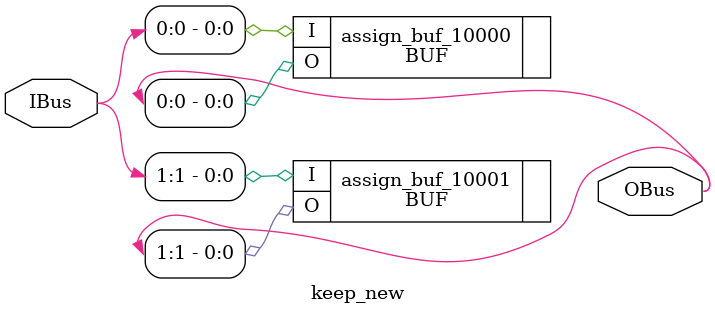
<source format=v>
/*
 * Created by 
   realTimeFpga.exe 11.3_xilinx-p002 on Thu Jun 02 19:31:03 2016
 * (c) Xilinx, Inc.
 */

module keep_new(IBus, OBus);
   input [0:1]IBus;
   output [0:1]OBus;

   BUF assign_buf_10000 (.O(OBus[0]), .I(IBus[0]));
   BUF assign_buf_10001 (.O(OBus[1]), .I(IBus[1]));

endmodule

</source>
